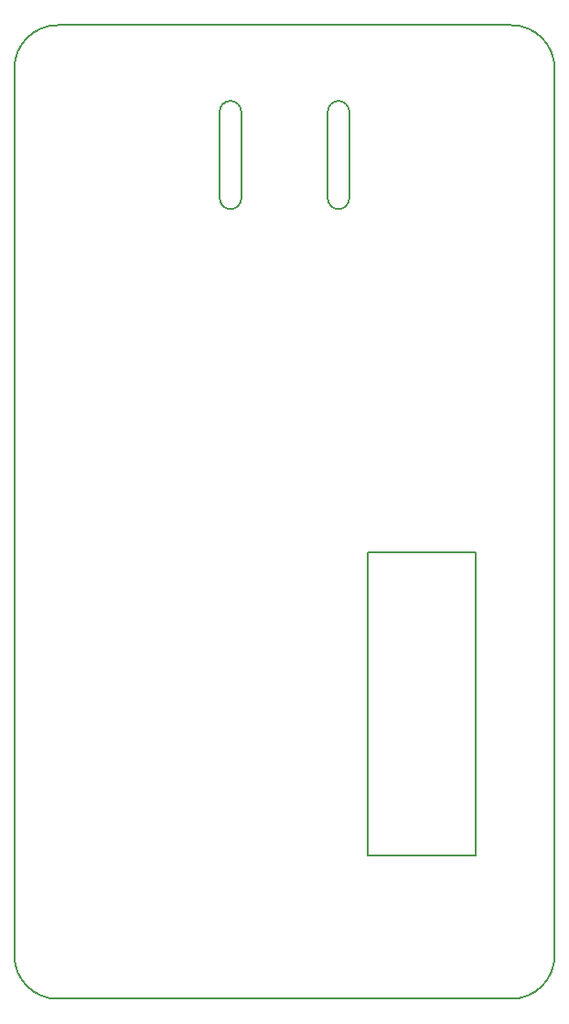
<source format=gbr>
G04 #@! TF.FileFunction,Profile,NP*
%FSLAX46Y46*%
G04 Gerber Fmt 4.6, Leading zero omitted, Abs format (unit mm)*
G04 Created by KiCad (PCBNEW 4.0.6) date Sunday, August 26, 2018 'PMt' 12:51:50 PM*
%MOMM*%
%LPD*%
G01*
G04 APERTURE LIST*
%ADD10C,0.100000*%
%ADD11C,0.150000*%
G04 APERTURE END LIST*
D10*
D11*
X108500000Y-139000000D02*
X108500000Y-57000000D01*
X154500000Y-143000000D02*
X112500000Y-143000000D01*
X158500000Y-57000000D02*
X158500000Y-139000000D01*
X112500000Y-53000000D02*
X154500000Y-53000000D01*
X158500000Y-57000000D02*
G75*
G03X154500000Y-53000000I-4000000J0D01*
G01*
X112500000Y-53000000D02*
G75*
G03X108500000Y-57000000I0J-4000000D01*
G01*
X108500000Y-139000000D02*
G75*
G03X112500000Y-143000000I4000000J0D01*
G01*
X154500000Y-143000000D02*
G75*
G03X158500000Y-139000000I0J4000000D01*
G01*
X137500000Y-69000000D02*
G75*
G03X138500000Y-70000000I1000000J0D01*
G01*
X138500000Y-70000000D02*
G75*
G03X139500000Y-69000000I0J1000000D01*
G01*
X139500000Y-61000000D02*
G75*
G03X138500000Y-60000000I-1000000J0D01*
G01*
X138500000Y-60000000D02*
G75*
G03X137500000Y-61000000I0J-1000000D01*
G01*
X139500000Y-69000000D02*
X139500000Y-61000000D01*
X137500000Y-61000000D02*
X137500000Y-69000000D01*
X127500000Y-69000000D02*
G75*
G03X128500000Y-70000000I1000000J0D01*
G01*
X128500000Y-70000000D02*
G75*
G03X129500000Y-69000000I0J1000000D01*
G01*
X129500000Y-61000000D02*
G75*
G03X128500000Y-60000000I-1000000J0D01*
G01*
X128500000Y-60000000D02*
G75*
G03X127500000Y-61000000I0J-1000000D01*
G01*
X129500000Y-69000000D02*
X129500000Y-61000000D01*
X127500000Y-61000000D02*
X127500000Y-69000000D01*
X151200000Y-101750000D02*
X141200000Y-101750000D01*
X151200000Y-129750000D02*
X151200000Y-101750000D01*
X141200000Y-129750000D02*
X151200000Y-129750000D01*
X141200000Y-101750000D02*
X141200000Y-129750000D01*
M02*

</source>
